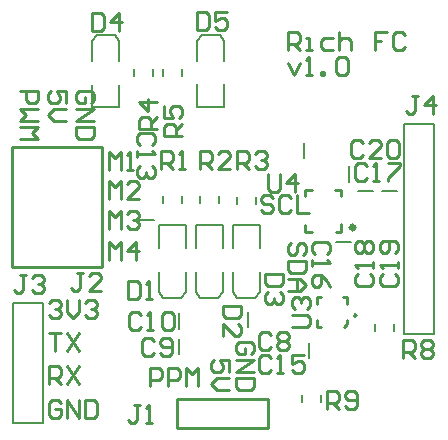
<source format=gto>
G04 Layer_Color=65535*
%FSLAX24Y24*%
%MOIN*%
G70*
G01*
G75*
%ADD21C,0.0197*%
%ADD37C,0.0100*%
%ADD38C,0.0079*%
D21*
X11457Y6905D02*
G03*
X11457Y6905I-39J0D01*
G01*
D37*
X11551Y3970D02*
G03*
X11551Y3970I-39J0D01*
G01*
X75Y5587D02*
Y9587D01*
Y5587D02*
X3075D01*
Y9587D01*
X75D02*
X3075D01*
X5575Y217D02*
Y1189D01*
Y217D02*
X8587D01*
Y1189D01*
X5575D02*
X8587D01*
X11220Y3671D02*
Y3809D01*
Y4360D02*
Y4577D01*
X11091D02*
X11220D01*
X10236D02*
X10354D01*
X10236Y3592D02*
Y3809D01*
Y4360D02*
Y4577D01*
Y3592D02*
X10354D01*
X11122D02*
X11220Y3671D01*
X10827Y8145D02*
X11024D01*
X10866Y6767D02*
X11024D01*
Y7001D01*
X9843Y6767D02*
X10077D01*
X9843D02*
Y6983D01*
Y7944D02*
Y8145D01*
X10077D01*
X11024Y7944D02*
Y8145D01*
X6250Y14084D02*
Y13484D01*
X6550D01*
X6650Y13584D01*
Y13984D01*
X6550Y14084D01*
X6250D01*
X7250D02*
X6850D01*
Y13784D01*
X7050Y13884D01*
X7150D01*
X7250Y13784D01*
Y13584D01*
X7150Y13484D01*
X6950D01*
X6850Y13584D01*
X2731Y14059D02*
Y13460D01*
X3031D01*
X3131Y13560D01*
Y13959D01*
X3031Y14059D01*
X2731D01*
X3631Y13460D02*
Y14059D01*
X3331Y13760D01*
X3731D01*
X9089Y5340D02*
X8489D01*
Y5040D01*
X8589Y4940D01*
X8989D01*
X9089Y5040D01*
Y5340D01*
X8989Y4740D02*
X9089Y4640D01*
Y4440D01*
X8989Y4340D01*
X8889D01*
X8789Y4440D01*
Y4540D01*
Y4440D01*
X8689Y4340D01*
X8589D01*
X8489Y4440D01*
Y4640D01*
X8589Y4740D01*
X7711Y4281D02*
X7111D01*
Y3982D01*
X7211Y3882D01*
X7611D01*
X7711Y3982D01*
Y4281D01*
X7111Y3282D02*
Y3682D01*
X7511Y3282D01*
X7611D01*
X7711Y3382D01*
Y3582D01*
X7611Y3682D01*
X3937Y5127D02*
Y4528D01*
X4237D01*
X4337Y4628D01*
Y5027D01*
X4237Y5127D01*
X3937D01*
X4537Y4528D02*
X4737D01*
X4637D01*
Y5127D01*
X4537Y5027D01*
X8717Y2567D02*
X8617Y2667D01*
X8417D01*
X8317Y2567D01*
Y2167D01*
X8417Y2067D01*
X8617D01*
X8717Y2167D01*
X8917Y2067D02*
X9117D01*
X9017D01*
Y2667D01*
X8917Y2567D01*
X9816Y2667D02*
X9417D01*
Y2367D01*
X9617Y2467D01*
X9716D01*
X9816Y2367D01*
Y2167D01*
X9716Y2067D01*
X9517D01*
X9417Y2167D01*
X10564Y6022D02*
X10664Y6122D01*
Y6322D01*
X10564Y6422D01*
X10164D01*
X10064Y6322D01*
Y6122D01*
X10164Y6022D01*
X10064Y5822D02*
Y5623D01*
Y5722D01*
X10664D01*
X10564Y5822D01*
X10664Y4923D02*
X10564Y5123D01*
X10364Y5323D01*
X10164D01*
X10064Y5223D01*
Y5023D01*
X10164Y4923D01*
X10264D01*
X10364Y5023D01*
Y5323D01*
X11916Y8940D02*
X11816Y9040D01*
X11616D01*
X11516Y8940D01*
Y8540D01*
X11616Y8440D01*
X11816D01*
X11916Y8540D01*
X12116Y8440D02*
X12315D01*
X12216D01*
Y9040D01*
X12116Y8940D01*
X12615Y9040D02*
X13015D01*
Y8940D01*
X12615Y8540D01*
Y8440D01*
X11606Y5346D02*
X11506Y5246D01*
Y5046D01*
X11606Y4946D01*
X12006D01*
X12106Y5046D01*
Y5246D01*
X12006Y5346D01*
X12106Y5546D02*
Y5746D01*
Y5646D01*
X11506D01*
X11606Y5546D01*
Y6046D02*
X11506Y6145D01*
Y6345D01*
X11606Y6445D01*
X11706D01*
X11806Y6345D01*
X11906Y6445D01*
X12006D01*
X12106Y6345D01*
Y6145D01*
X12006Y6046D01*
X11906D01*
X11806Y6145D01*
X11706Y6046D01*
X11606D01*
X11806Y6145D02*
Y6345D01*
X12443Y5346D02*
X12343Y5246D01*
Y5046D01*
X12443Y4946D01*
X12843D01*
X12943Y5046D01*
Y5246D01*
X12843Y5346D01*
X12943Y5546D02*
Y5746D01*
Y5646D01*
X12343D01*
X12443Y5546D01*
X12843Y6046D02*
X12943Y6145D01*
Y6345D01*
X12843Y6445D01*
X12443D01*
X12343Y6345D01*
Y6145D01*
X12443Y6046D01*
X12543D01*
X12643Y6145D01*
Y6445D01*
X11768Y9727D02*
X11668Y9827D01*
X11468D01*
X11368Y9727D01*
Y9327D01*
X11468Y9227D01*
X11668D01*
X11768Y9327D01*
X12368Y9227D02*
X11968D01*
X12368Y9627D01*
Y9727D01*
X12268Y9827D01*
X12068D01*
X11968Y9727D01*
X12568D02*
X12668Y9827D01*
X12868D01*
X12968Y9727D01*
Y9327D01*
X12868Y9227D01*
X12668D01*
X12568Y9327D01*
Y9727D01*
X4337Y993D02*
X4137D01*
X4237D01*
Y494D01*
X4137Y394D01*
X4037D01*
X3937Y494D01*
X4537Y394D02*
X4737D01*
X4637D01*
Y993D01*
X4537Y894D01*
X2442Y5373D02*
X2242D01*
X2342D01*
Y4874D01*
X2242Y4774D01*
X2142D01*
X2042Y4874D01*
X3042Y4774D02*
X2642D01*
X3042Y5173D01*
Y5273D01*
X2942Y5373D01*
X2742D01*
X2642Y5273D01*
X13590Y11300D02*
X13390D01*
X13490D01*
Y10800D01*
X13390Y10700D01*
X13290D01*
X13190Y10800D01*
X14090Y10700D02*
Y11300D01*
X13790Y11000D01*
X14190D01*
X5044Y8858D02*
Y9458D01*
X5344D01*
X5444Y9358D01*
Y9158D01*
X5344Y9058D01*
X5044D01*
X5244D02*
X5444Y8858D01*
X5644D02*
X5844D01*
X5744D01*
Y9458D01*
X5644Y9358D01*
X6348Y8858D02*
Y9458D01*
X6648D01*
X6748Y9358D01*
Y9158D01*
X6648Y9058D01*
X6348D01*
X6548D02*
X6748Y8858D01*
X7348D02*
X6948D01*
X7348Y9258D01*
Y9358D01*
X7248Y9458D01*
X7048D01*
X6948Y9358D01*
X7579Y8858D02*
Y9458D01*
X7879D01*
X7979Y9358D01*
Y9158D01*
X7879Y9058D01*
X7579D01*
X7779D02*
X7979Y8858D01*
X8179Y9358D02*
X8279Y9458D01*
X8478D01*
X8578Y9358D01*
Y9258D01*
X8478Y9158D01*
X8378D01*
X8478D01*
X8578Y9058D01*
Y8958D01*
X8478Y8858D01*
X8279D01*
X8179Y8958D01*
X4897Y10187D02*
X4297D01*
Y10487D01*
X4397Y10587D01*
X4597D01*
X4697Y10487D01*
Y10187D01*
Y10387D02*
X4897Y10587D01*
Y11087D02*
X4297D01*
X4597Y10787D01*
Y11187D01*
X5733Y9941D02*
X5133D01*
Y10241D01*
X5233Y10341D01*
X5433D01*
X5533Y10241D01*
Y9941D01*
Y10141D02*
X5733Y10341D01*
X5133Y10941D02*
Y10541D01*
X5433D01*
X5333Y10741D01*
Y10841D01*
X5433Y10941D01*
X5633D01*
X5733Y10841D01*
Y10641D01*
X5633Y10541D01*
X13091Y2559D02*
Y3159D01*
X13390D01*
X13490Y3059D01*
Y2859D01*
X13390Y2759D01*
X13091D01*
X13290D02*
X13490Y2559D01*
X13690Y3059D02*
X13790Y3159D01*
X13990D01*
X14090Y3059D01*
Y2959D01*
X13990Y2859D01*
X14090Y2759D01*
Y2659D01*
X13990Y2559D01*
X13790D01*
X13690Y2659D01*
Y2759D01*
X13790Y2859D01*
X13690Y2959D01*
Y3059D01*
X13790Y2859D02*
X13990D01*
X10581Y861D02*
Y1461D01*
X10881D01*
X10981Y1361D01*
Y1161D01*
X10881Y1061D01*
X10581D01*
X10781D02*
X10981Y861D01*
X11181Y961D02*
X11280Y861D01*
X11480D01*
X11580Y961D01*
Y1361D01*
X11480Y1461D01*
X11280D01*
X11181Y1361D01*
Y1261D01*
X11280Y1161D01*
X11580D01*
X9390Y3593D02*
X9890D01*
X9990Y3692D01*
Y3892D01*
X9890Y3992D01*
X9390D01*
X9490Y4192D02*
X9390Y4292D01*
Y4492D01*
X9490Y4592D01*
X9590D01*
X9690Y4492D01*
Y4392D01*
Y4492D01*
X9790Y4592D01*
X9890D01*
X9990Y4492D01*
Y4292D01*
X9890Y4192D01*
X8612Y8695D02*
Y8195D01*
X8712Y8095D01*
X8912D01*
X9012Y8195D01*
Y8695D01*
X9512Y8095D02*
Y8695D01*
X9212Y8395D01*
X9612D01*
X550Y5330D02*
X350D01*
X450D01*
Y4830D01*
X350Y4730D01*
X250D01*
X150Y4830D01*
X750Y5230D02*
X850Y5330D01*
X1050D01*
X1150Y5230D01*
Y5130D01*
X1050Y5030D01*
X950D01*
X1050D01*
X1150Y4930D01*
Y4830D01*
X1050Y4730D01*
X850D01*
X750Y4830D01*
X8692Y3330D02*
X8592Y3430D01*
X8392D01*
X8292Y3330D01*
Y2930D01*
X8392Y2830D01*
X8592D01*
X8692Y2930D01*
X8892Y3330D02*
X8992Y3430D01*
X9192D01*
X9292Y3330D01*
Y3230D01*
X9192Y3130D01*
X9292Y3030D01*
Y2930D01*
X9192Y2830D01*
X8992D01*
X8892Y2930D01*
Y3030D01*
X8992Y3130D01*
X8892Y3230D01*
Y3330D01*
X8992Y3130D02*
X9192D01*
X4804Y3108D02*
X4704Y3208D01*
X4505D01*
X4405Y3108D01*
Y2708D01*
X4505Y2608D01*
X4704D01*
X4804Y2708D01*
X5004D02*
X5104Y2608D01*
X5304D01*
X5404Y2708D01*
Y3108D01*
X5304Y3208D01*
X5104D01*
X5004Y3108D01*
Y3008D01*
X5104Y2908D01*
X5404D01*
X4361Y3994D02*
X4262Y4094D01*
X4062D01*
X3962Y3994D01*
Y3594D01*
X4062Y3494D01*
X4262D01*
X4361Y3594D01*
X4561Y3494D02*
X4761D01*
X4661D01*
Y4094D01*
X4561Y3994D01*
X5061D02*
X5161Y4094D01*
X5361D01*
X5461Y3994D01*
Y3594D01*
X5361Y3494D01*
X5161D01*
X5061Y3594D01*
Y3994D01*
X4732Y9664D02*
X4832Y9764D01*
Y9964D01*
X4732Y10064D01*
X4332D01*
X4232Y9964D01*
Y9764D01*
X4332Y9664D01*
X4232Y9464D02*
Y9264D01*
Y9364D01*
X4832D01*
X4732Y9464D01*
Y8964D02*
X4832Y8864D01*
Y8664D01*
X4732Y8564D01*
X4632D01*
X4532Y8664D01*
Y8764D01*
Y8664D01*
X4432Y8564D01*
X4332D01*
X4232Y8664D01*
Y8864D01*
X4332Y8964D01*
X3297Y8809D02*
Y9409D01*
X3497Y9209D01*
X3697Y9409D01*
Y8809D01*
X3897D02*
X4097D01*
X3997D01*
Y9409D01*
X3897Y9309D01*
X3297Y7849D02*
Y8449D01*
X3497Y8249D01*
X3697Y8449D01*
Y7849D01*
X4297D02*
X3897D01*
X4297Y8249D01*
Y8349D01*
X4197Y8449D01*
X3997D01*
X3897Y8349D01*
X3297Y6865D02*
Y7465D01*
X3497Y7265D01*
X3697Y7465D01*
Y6865D01*
X3897Y7365D02*
X3997Y7465D01*
X4197D01*
X4297Y7365D01*
Y7265D01*
X4197Y7165D01*
X4097D01*
X4197D01*
X4297Y7065D01*
Y6965D01*
X4197Y6865D01*
X3997D01*
X3897Y6965D01*
X3297Y5832D02*
Y6431D01*
X3497Y6232D01*
X3697Y6431D01*
Y5832D01*
X4197D02*
Y6431D01*
X3897Y6132D01*
X4297D01*
X8029Y2676D02*
X8129Y2776D01*
Y2976D01*
X8029Y3076D01*
X7630D01*
X7530Y2976D01*
Y2776D01*
X7630Y2676D01*
X7829D01*
Y2876D01*
X7530Y2476D02*
X8129D01*
X7530Y2076D01*
X8129D01*
Y1876D02*
X7530D01*
Y1576D01*
X7630Y1476D01*
X8029D01*
X8129Y1576D01*
Y1876D01*
X7317Y2076D02*
Y2476D01*
X7017D01*
X7117Y2276D01*
Y2176D01*
X7017Y2076D01*
X6817D01*
X6718Y2176D01*
Y2376D01*
X6817Y2476D01*
X7317Y1876D02*
X6917D01*
X6718Y1676D01*
X6917Y1476D01*
X7317D01*
X4675Y1624D02*
Y2224D01*
X4975D01*
X5075Y2124D01*
Y1924D01*
X4975Y1824D01*
X4675D01*
X5275Y1624D02*
Y2224D01*
X5575D01*
X5675Y2124D01*
Y1924D01*
X5575Y1824D01*
X5275D01*
X5875Y1624D02*
Y2224D01*
X6075Y2024D01*
X6275Y2224D01*
Y1624D01*
X1704Y1066D02*
X1604Y1166D01*
X1404D01*
X1304Y1066D01*
Y666D01*
X1404Y566D01*
X1604D01*
X1704Y666D01*
Y866D01*
X1504D01*
X1904Y566D02*
Y1166D01*
X2304Y566D01*
Y1166D01*
X2504D02*
Y566D01*
X2804D01*
X2904Y666D01*
Y1066D01*
X2804Y1166D01*
X2504D01*
X1304Y1673D02*
Y2273D01*
X1604D01*
X1704Y2173D01*
Y1973D01*
X1604Y1873D01*
X1304D01*
X1504D02*
X1704Y1673D01*
X1904Y2273D02*
X2304Y1673D01*
Y2273D02*
X1904Y1673D01*
X1304Y3380D02*
X1704D01*
X1504D01*
Y2781D01*
X1904Y3380D02*
X2304Y2781D01*
Y3380D02*
X1904Y2781D01*
X1304Y4388D02*
X1404Y4488D01*
X1604D01*
X1704Y4388D01*
Y4288D01*
X1604Y4188D01*
X1504D01*
X1604D01*
X1704Y4088D01*
Y3988D01*
X1604Y3888D01*
X1404D01*
X1304Y3988D01*
X1904Y4488D02*
Y4088D01*
X2104Y3888D01*
X2304Y4088D01*
Y4488D01*
X2504Y4388D02*
X2604Y4488D01*
X2804D01*
X2904Y4388D01*
Y4288D01*
X2804Y4188D01*
X2704D01*
X2804D01*
X2904Y4088D01*
Y3988D01*
X2804Y3888D01*
X2604D01*
X2504Y3988D01*
X320Y11442D02*
X920D01*
Y11142D01*
X820Y11042D01*
X620D01*
X520Y11142D01*
Y11442D01*
X920Y10842D02*
X320D01*
X520Y10642D01*
X320Y10442D01*
X920D01*
X320Y10242D02*
X920D01*
X720Y10042D01*
X920Y9842D01*
X320D01*
X1855Y11042D02*
Y11442D01*
X1555D01*
X1655Y11242D01*
Y11142D01*
X1555Y11042D01*
X1355D01*
X1255Y11142D01*
Y11342D01*
X1355Y11442D01*
X1855Y10842D02*
X1455D01*
X1255Y10642D01*
X1455Y10442D01*
X1855D01*
X2714Y11042D02*
X2814Y11142D01*
Y11342D01*
X2714Y11442D01*
X2315D01*
X2215Y11342D01*
Y11142D01*
X2315Y11042D01*
X2514D01*
Y11242D01*
X2215Y10842D02*
X2814D01*
X2215Y10442D01*
X2814D01*
Y10242D02*
X2215D01*
Y9942D01*
X2315Y9842D01*
X2714D01*
X2814Y9942D01*
Y10242D01*
X9776Y5973D02*
X9876Y6073D01*
Y6273D01*
X9776Y6373D01*
X9676D01*
X9576Y6273D01*
Y6073D01*
X9477Y5973D01*
X9377D01*
X9277Y6073D01*
Y6273D01*
X9377Y6373D01*
X9876Y5773D02*
X9277D01*
Y5473D01*
X9377Y5373D01*
X9776D01*
X9876Y5473D01*
Y5773D01*
X9277Y5173D02*
X9676D01*
X9876Y4973D01*
X9676Y4774D01*
X9277D01*
X9576D01*
Y5173D01*
X8766Y7882D02*
X8666Y7982D01*
X8466D01*
X8366Y7882D01*
Y7782D01*
X8466Y7682D01*
X8666D01*
X8766Y7582D01*
Y7482D01*
X8666Y7382D01*
X8466D01*
X8366Y7482D01*
X9366Y7882D02*
X9266Y7982D01*
X9066D01*
X8966Y7882D01*
Y7482D01*
X9066Y7382D01*
X9266D01*
X9366Y7482D01*
X9566Y7982D02*
Y7382D01*
X9966D01*
X9277Y12820D02*
Y13420D01*
X9576D01*
X9676Y13320D01*
Y13120D01*
X9576Y13020D01*
X9277D01*
X9477D02*
X9676Y12820D01*
X9876D02*
X10076D01*
X9976D01*
Y13220D01*
X9876D01*
X10776D02*
X10476D01*
X10376Y13120D01*
Y12920D01*
X10476Y12820D01*
X10776D01*
X10976Y13420D02*
Y12820D01*
Y13120D01*
X11076Y13220D01*
X11276D01*
X11376Y13120D01*
Y12820D01*
X12576Y13420D02*
X12176D01*
Y13120D01*
X12376D01*
X12176D01*
Y12820D01*
X13175Y13320D02*
X13075Y13420D01*
X12875D01*
X12775Y13320D01*
Y12920D01*
X12875Y12820D01*
X13075D01*
X13175Y12920D01*
X9277Y12383D02*
X9477Y11983D01*
X9676Y12383D01*
X9876Y11983D02*
X10076D01*
X9976D01*
Y12583D01*
X9876Y12483D01*
X10376Y11983D02*
Y12083D01*
X10476D01*
Y11983D01*
X10376D01*
X10876Y12483D02*
X10976Y12583D01*
X11176D01*
X11276Y12483D01*
Y12083D01*
X11176Y11983D01*
X10976D01*
X10876Y12083D01*
Y12483D01*
D38*
X7146Y10920D02*
Y11668D01*
X6240Y10920D02*
Y11668D01*
Y10920D02*
X7146D01*
X6398Y13322D02*
X6988D01*
X7146Y12456D02*
Y13125D01*
X6240D02*
X6398Y13322D01*
X6988D02*
X7146Y13125D01*
X6240Y12456D02*
Y13125D01*
X3652Y10915D02*
Y11663D01*
X2746Y10915D02*
Y11663D01*
Y10915D02*
X3652D01*
X2904Y13317D02*
X3494D01*
X3652Y12451D02*
Y13120D01*
X2746D02*
X2904Y13317D01*
X3494D02*
X3652Y13120D01*
X2746Y12451D02*
Y13120D01*
X13132Y3356D02*
Y10356D01*
Y3356D02*
X14132D01*
Y10356D01*
X13132D02*
X14132D01*
X91Y386D02*
X1091D01*
X91D02*
Y4386D01*
X1091Y386D02*
Y4386D01*
X91D02*
X1091D01*
X9961Y2549D02*
Y3061D01*
X11604Y8105D02*
X12116D01*
X12392D02*
X12904D01*
X10866Y6432D02*
X11378D01*
X9813Y9218D02*
Y9729D01*
X5743Y11944D02*
Y12180D01*
X5113Y11944D02*
Y12180D01*
X4769Y11944D02*
Y12180D01*
X4139Y11944D02*
Y12180D01*
X11299Y8430D02*
Y8942D01*
X12815Y3435D02*
Y3671D01*
X12185Y3435D02*
Y3671D01*
X10354Y1088D02*
Y1324D01*
X9724Y1088D02*
Y1324D01*
X7559Y7697D02*
Y7933D01*
X8189Y7697D02*
Y7933D01*
X5098Y7707D02*
Y7943D01*
X5728Y7707D02*
Y7943D01*
X6329Y7707D02*
Y7943D01*
X6959Y7707D02*
Y7943D01*
X5650Y3533D02*
Y4045D01*
Y2672D02*
Y3184D01*
X4296Y7151D02*
X4808D01*
X7938Y3583D02*
Y4094D01*
X4961Y6220D02*
Y6969D01*
X5866Y6220D02*
Y6969D01*
X4961D02*
X5866D01*
X5118Y4567D02*
X5709D01*
X4961Y4764D02*
Y5433D01*
X5709Y4567D02*
X5866Y4764D01*
X4961D02*
X5118Y4567D01*
X5866Y4764D02*
Y5433D01*
X7421Y6220D02*
Y6969D01*
X8327Y6220D02*
Y6969D01*
X7421D02*
X8327D01*
X7579Y4567D02*
X8169D01*
X7421Y4764D02*
Y5433D01*
X8169Y4567D02*
X8327Y4764D01*
X7421D02*
X7579Y4567D01*
X8327Y4764D02*
Y5433D01*
X6191Y6220D02*
Y6969D01*
X7096Y6220D02*
Y6969D01*
X6191D02*
X7096D01*
X6348Y4567D02*
X6939D01*
X6191Y4764D02*
Y5433D01*
X6939Y4567D02*
X7096Y4764D01*
X6191D02*
X6348Y4567D01*
X7096Y4764D02*
Y5433D01*
M02*

</source>
